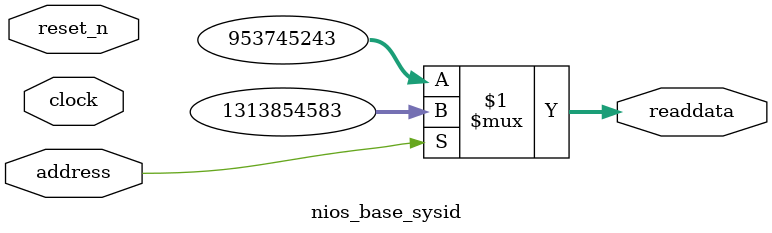
<source format=v>

`timescale 1ns / 1ps
// synthesis translate_on

// turn off superfluous verilog processor warnings 
// altera message_level Level1 
// altera message_off 10034 10035 10036 10037 10230 10240 10030 

module nios_base_sysid (
               // inputs:
                address,
                clock,
                reset_n,

               // outputs:
                readdata
             )
;

  output  [ 31: 0] readdata;
  input            address;
  input            clock;
  input            reset_n;

  wire    [ 31: 0] readdata;
  //control_slave, which is an e_avalon_slave
  assign readdata = address ? 1313854583 : 953745243;

endmodule




</source>
